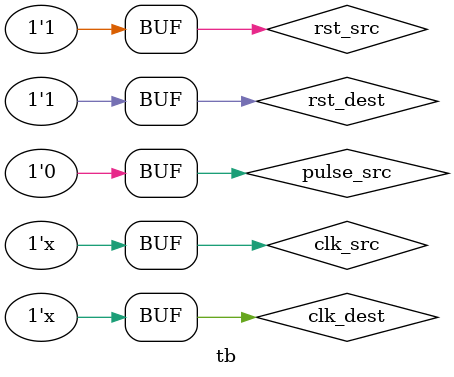
<source format=v>
`timescale 1ns / 1ps


module tb();


reg clk_src;
reg clk_dest;
reg rst_src;
reg rst_dest;
reg pulse_src;

wire pulse_dest;



initial begin
    clk_src = 0;
    clk_dest = 0;
    rst_src = 1;
    rst_dest = 1;
    pulse_src = 0;

    pulse_src = 0;

end

initial begin
    #(140) 
    rst_dest = 0;
    rst_src = 0;
    #(40)
    rst_dest = 1;
    rst_src = 1;

    #10 pulse_src =  1'b1;
    #10 pulse_src =  1'b0;
end


localparam       clk_per_1 = 10;   
always begin
    clk_src = #(clk_per_1/2) ~clk_src;
end

localparam       clk_per_2 = 15;  
always begin
    clk_dest = #(clk_per_2/2) ~clk_dest;
end


pulse_sync sync_module (
    .clksrc(clk_src),
    .rstb_clksrc(rst_src),
    .clkdest(clk_dest),
    .rstb_clkdest(rst_dest),
    .pulse_clksrc(pulse_src),
    .pulse_clkdest(pulse_dest)
    );


endmodule

</source>
